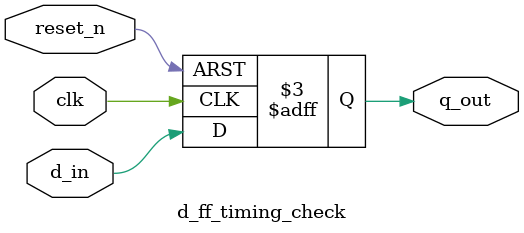
<source format=v>
`timescale 1ns / 1ps


module d_ff_timing_check(
    input d_in,
    input clk,
    input reset_n,
    output reg q_out
    );

always@(posedge clk, negedge reset_n)
begin
    if(!reset_n)
        q_out <= 0;
    else    
        q_out <= d_in;
end

specify
    specparam dtoq=2;
    specparam clktoq=1;
    (d_in=>q_out) = dtoq;
    (clk=>q_out) = clktoq;
endspecify
endmodule

</source>
